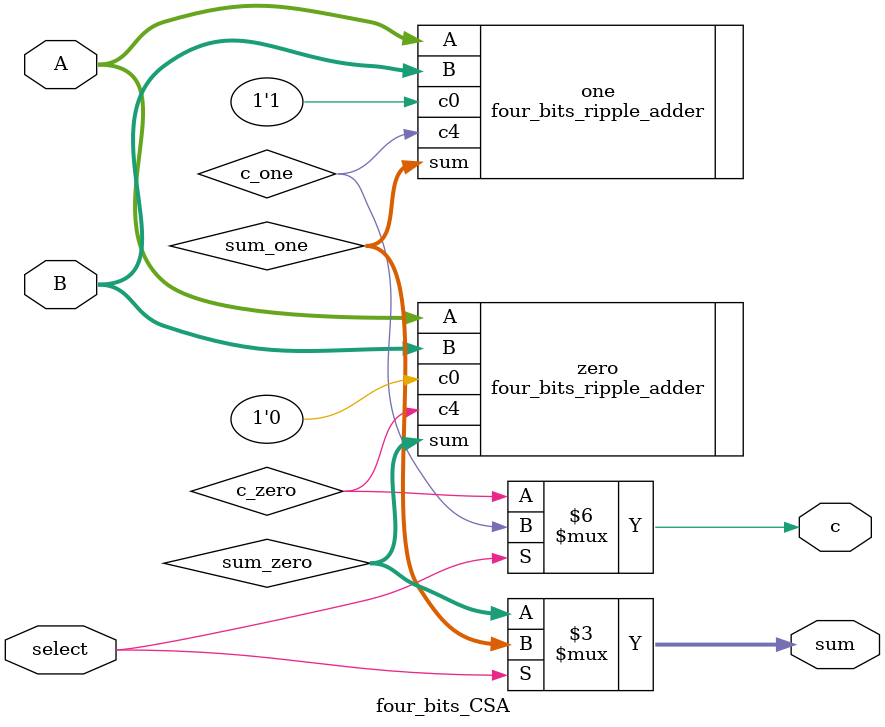
<source format=sv>
module carry_select_adder
(
    input   logic[15:0]     A,
    input   logic[15:0]     B,
    output  logic[15:0]     Sum,
    output  logic           CO
);

    /* TODO
     *
     * Insert code here to implement a carry select.
     * Your code should be completly combinational (don't use always_ff or always_latch).
     * Feel free to create sub-modules or other files. */
	  
	  logic c1,c2,c3;
     four_bits_ripple_adder zero		( .A(A[3:0]),   .B(B[3:0]),   .c0(0),       .sum(Sum[3:0]), .c4(c1));
	  four_bits_CSA          one 		( .A(A[7:4]),   .B(B[7:4]),   .select(c1),  .c(c2),         .sum(Sum[7:4]));
	  four_bits_CSA          two 		( .A(A[11:8]),  .B(B[11:8]),  .select(c2),  .c(c3),         .sum(Sum[11:8]));
	  four_bits_CSA          three 	( .A(A[15:12]), .B(B[15:12]), .select(c3),  .c(CO),         .sum(Sum[15:12]));
														//select signal from mux accept the carry in from its right adder 
endmodule





module four_bits_CSA(
							input[3:0] A,
							input[3:0] B,
							input select,
							output logic c,
							output logic[3:0] sum
);

logic c_zero;
logic c_one;
logic[3:0] sum_zero;
logic[3:0] sum_one;
							


four_bits_ripple_adder zero( .A(A[3:0]), .B(B[3:0]), .c0(1'b0), .sum(sum_zero), .c4(c_zero));
four_bits_ripple_adder one(  .A(A[3:0]), .B(B[3:0]), .c0(1'b1), .sum(sum_one), .c4(c_one)); //two groups of 4-bit ripple adder are used, one accept carry in 0 and another 1

always_comb begin
case(select)
	1'b0 : begin
			c=c_zero;
			sum=sum_zero;  // construct the mux, select 1, choose four_bits_ripple_adder one above, other wise zero
			end
	default: begin
			c=c_one;
			sum=sum_one;
			end
endcase

end
endmodule








</source>
